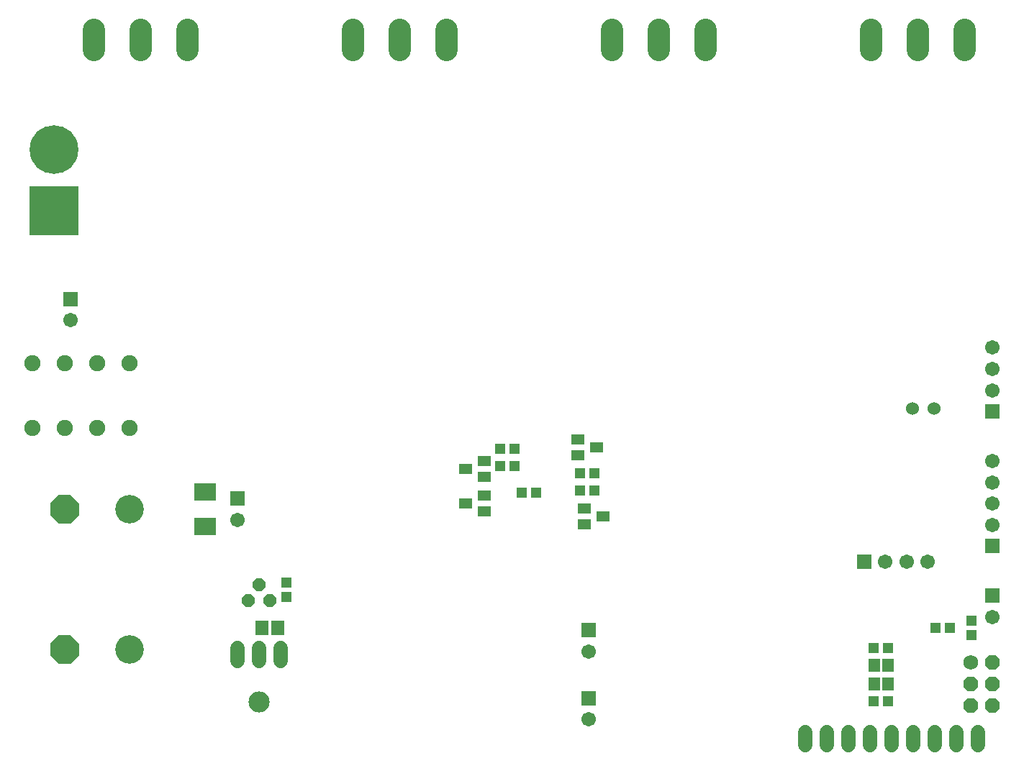
<source format=gbr>
G04 EAGLE Gerber RS-274X export*
G75*
%MOMM*%
%FSLAX34Y34*%
%LPD*%
%INSoldermask Bottom*%
%IPPOS*%
%AMOC8*
5,1,8,0,0,1.08239X$1,22.5*%
G01*
%ADD10C,2.603200*%
%ADD11R,5.719200X5.719200*%
%ADD12C,5.719200*%
%ADD13P,3.629037X8X202.500000*%
%ADD14C,3.352800*%
%ADD15C,1.524000*%
%ADD16C,1.727200*%
%ADD17P,1.869504X8X292.500000*%
%ADD18C,1.711200*%
%ADD19R,1.711200X1.711200*%
%ADD20R,2.603200X2.003200*%
%ADD21R,1.253200X1.283200*%
%ADD22C,1.903200*%
%ADD23C,1.727200*%
%ADD24P,1.649562X8X22.500000*%
%ADD25R,1.503200X1.703200*%
%ADD26C,2.489200*%
%ADD27R,1.303200X1.203200*%
%ADD28R,1.603200X1.203200*%
%ADD29R,1.203200X1.303200*%
%ADD30R,1.353200X1.603200*%


D10*
X97400Y838900D02*
X97400Y862900D01*
X152400Y862900D02*
X152400Y838900D01*
X207400Y838900D02*
X207400Y862900D01*
D11*
X50800Y649800D03*
D12*
X50800Y721800D03*
D10*
X402200Y838900D02*
X402200Y862900D01*
X457200Y862900D02*
X457200Y838900D01*
X512200Y838900D02*
X512200Y862900D01*
X707000Y862900D02*
X707000Y838900D01*
X762000Y838900D02*
X762000Y862900D01*
X817000Y862900D02*
X817000Y838900D01*
X1011800Y838900D02*
X1011800Y862900D01*
X1066800Y862900D02*
X1066800Y838900D01*
X1121800Y838900D02*
X1121800Y862900D01*
D13*
X63500Y133350D03*
D14*
X139700Y133350D03*
D13*
X63500Y298450D03*
D14*
X139700Y298450D03*
D15*
X1060450Y416560D03*
X1085850Y416560D03*
D16*
X1129030Y118110D03*
D17*
X1129030Y92710D03*
X1129030Y67310D03*
X1154430Y118110D03*
X1154430Y92710D03*
X1154430Y67310D03*
D18*
X679450Y131010D03*
D19*
X679450Y156010D03*
D18*
X266700Y285950D03*
D19*
X266700Y310950D03*
D20*
X228600Y318700D03*
X228600Y278200D03*
D19*
X1003900Y236050D03*
D18*
X1028900Y236050D03*
X1053900Y236050D03*
X1078900Y236050D03*
D21*
X600850Y317500D03*
X618350Y317500D03*
D22*
X139700Y393700D03*
X139700Y469900D03*
X101600Y393700D03*
X101600Y469900D03*
X63500Y469900D03*
X63500Y393700D03*
X25400Y469900D03*
X25400Y393700D03*
D23*
X317500Y134620D02*
X317500Y119380D01*
X292100Y119380D02*
X292100Y134620D01*
X266700Y134620D02*
X266700Y119380D01*
D24*
X279400Y190500D03*
X292100Y209550D03*
X304800Y190500D03*
D25*
X295300Y158750D03*
X314300Y158750D03*
D18*
X69850Y520900D03*
D19*
X69850Y545900D03*
D26*
X292100Y71120D03*
D27*
X1130300Y150250D03*
X1130300Y167250D03*
D18*
X1154430Y171650D03*
D19*
X1154430Y196650D03*
D18*
X679450Y51000D03*
D19*
X679450Y76000D03*
D28*
X535100Y345440D03*
X557100Y335940D03*
X557100Y354940D03*
D29*
X592700Y349250D03*
X575700Y349250D03*
D28*
X535100Y304800D03*
X557100Y295300D03*
X557100Y314300D03*
D29*
X592700Y369570D03*
X575700Y369570D03*
D28*
X696800Y289560D03*
X674800Y299060D03*
X674800Y280060D03*
D29*
X669680Y320040D03*
X686680Y320040D03*
D28*
X689180Y370840D03*
X667180Y380340D03*
X667180Y361340D03*
D29*
X669680Y340360D03*
X686680Y340360D03*
D27*
X1032120Y134620D03*
X1015120Y134620D03*
X1015120Y72390D03*
X1032120Y72390D03*
D19*
X1154600Y413350D03*
D18*
X1154600Y438350D03*
X1154600Y463350D03*
X1154600Y488350D03*
D19*
X1154600Y254800D03*
D18*
X1154600Y279800D03*
X1154600Y304800D03*
X1154600Y329800D03*
X1154600Y354800D03*
D29*
X1104510Y158750D03*
X1087510Y158750D03*
D23*
X934720Y35560D02*
X934720Y20320D01*
X960120Y20320D02*
X960120Y35560D01*
X985520Y35560D02*
X985520Y20320D01*
X1010920Y20320D02*
X1010920Y35560D01*
X1036320Y35560D02*
X1036320Y20320D01*
X1061720Y20320D02*
X1061720Y35560D01*
X1087120Y35560D02*
X1087120Y20320D01*
X1112520Y20320D02*
X1112520Y35560D01*
X1137920Y35560D02*
X1137920Y20320D01*
D30*
X1016000Y114300D03*
X1016000Y92300D03*
X1032000Y114300D03*
X1032000Y92300D03*
D29*
X323850Y194700D03*
X323850Y211700D03*
M02*

</source>
